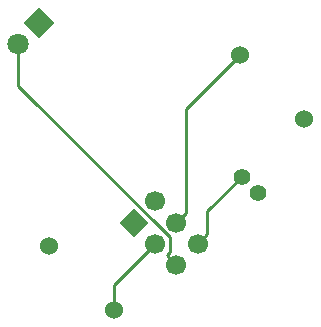
<source format=gbr>
%TF.GenerationSoftware,KiCad,Pcbnew,7.0.9*%
%TF.CreationDate,2024-01-20T09:14:40+10:00*%
%TF.ProjectId,BRAKE-PRES-V01,4252414b-452d-4505-9245-532d5630312e,rev?*%
%TF.SameCoordinates,Original*%
%TF.FileFunction,Copper,L2,Bot*%
%TF.FilePolarity,Positive*%
%FSLAX46Y46*%
G04 Gerber Fmt 4.6, Leading zero omitted, Abs format (unit mm)*
G04 Created by KiCad (PCBNEW 7.0.9) date 2024-01-20 09:14:40*
%MOMM*%
%LPD*%
G01*
G04 APERTURE LIST*
G04 Aperture macros list*
%AMHorizOval*
0 Thick line with rounded ends*
0 $1 width*
0 $2 $3 position (X,Y) of the first rounded end (center of the circle)*
0 $4 $5 position (X,Y) of the second rounded end (center of the circle)*
0 Add line between two ends*
20,1,$1,$2,$3,$4,$5,0*
0 Add two circle primitives to create the rounded ends*
1,1,$1,$2,$3*
1,1,$1,$4,$5*%
%AMRotRect*
0 Rectangle, with rotation*
0 The origin of the aperture is its center*
0 $1 length*
0 $2 width*
0 $3 Rotation angle, in degrees counterclockwise*
0 Add horizontal line*
21,1,$1,$2,0,0,$3*%
G04 Aperture macros list end*
%TA.AperFunction,ComponentPad*%
%ADD10RotRect,1.700000X1.700000X45.000000*%
%TD*%
%TA.AperFunction,ComponentPad*%
%ADD11HorizOval,1.700000X0.000000X0.000000X0.000000X0.000000X0*%
%TD*%
%TA.AperFunction,ComponentPad*%
%ADD12C,1.400000*%
%TD*%
%TA.AperFunction,ComponentPad*%
%ADD13HorizOval,1.400000X0.000000X0.000000X0.000000X0.000000X0*%
%TD*%
%TA.AperFunction,ComponentPad*%
%ADD14C,1.524000*%
%TD*%
%TA.AperFunction,ComponentPad*%
%ADD15RotRect,1.800000X1.800000X225.000000*%
%TD*%
%TA.AperFunction,ComponentPad*%
%ADD16C,1.800000*%
%TD*%
%TA.AperFunction,Conductor*%
%ADD17C,0.250000*%
%TD*%
G04 APERTURE END LIST*
D10*
%TO.P,J1,1,Pin_1*%
%TO.N,/STEPPER-1-1*%
X106150000Y-80600000D03*
D11*
%TO.P,J1,2,Pin_2*%
%TO.N,/STEPPER-1-3*%
X107946051Y-78803949D03*
%TO.P,J1,3,Pin_3*%
%TO.N,/STEPPER-1-2*%
X107946051Y-82396051D03*
%TO.P,J1,4,Pin_4*%
%TO.N,/STEPPER-1-4*%
X109742102Y-80600000D03*
%TO.P,J1,5,Pin_5*%
%TO.N,/LED+12V*%
X109742102Y-84192102D03*
%TO.P,J1,6,Pin_6*%
%TO.N,/LED-12V*%
X111538154Y-82396051D03*
%TD*%
D12*
%TO.P,R1,1*%
%TO.N,/LED-12V*%
X115310100Y-76710100D03*
D13*
%TO.P,R1,2*%
%TO.N,Net-(D1-Pad1)*%
X116653603Y-78053603D03*
%TD*%
D14*
%TO.P,M1,1*%
%TO.N,/STEPPER-1-1*%
X98982271Y-82573006D03*
%TO.P,M1,2,-*%
%TO.N,/STEPPER-1-2*%
X104426994Y-88017729D03*
%TO.P,M1,3*%
%TO.N,/STEPPER-1-3*%
X120584383Y-71860339D03*
%TO.P,M1,4*%
%TO.N,/STEPPER-1-4*%
X115139661Y-66415617D03*
%TD*%
D15*
%TO.P,D1,1,K*%
%TO.N,Net-(D1-Pad1)*%
X98151600Y-63698400D03*
D16*
%TO.P,D1,2,A*%
%TO.N,/LED+12V*%
X96355549Y-65494451D03*
%TD*%
D17*
%TO.N,/STEPPER-1-4*%
X110573100Y-79768900D02*
X110573200Y-79768900D01*
X110573100Y-70982200D02*
X110573100Y-79768900D01*
X115139700Y-66415600D02*
X110573100Y-70982200D01*
X109742100Y-80600000D02*
X110573200Y-79768900D01*
%TO.N,/STEPPER-1-2*%
X104427000Y-85915200D02*
X107946100Y-82396100D01*
X104427000Y-88017700D02*
X104427000Y-85915200D01*
%TO.N,/LED+12V*%
X109169200Y-83102900D02*
X108911100Y-83361000D01*
X109169200Y-81823000D02*
X109169200Y-83102900D01*
X96355500Y-69009300D02*
X109169200Y-81823000D01*
X96355500Y-65494500D02*
X96355500Y-69009300D01*
X109742100Y-84192100D02*
X108911100Y-83361000D01*
%TO.N,/LED-12V*%
X112369200Y-81565000D02*
X112369300Y-81565000D01*
X112369200Y-79651000D02*
X112369200Y-81565000D01*
X115310100Y-76710100D02*
X112369200Y-79651000D01*
X111538200Y-82396100D02*
X112369300Y-81565000D01*
%TD*%
M02*

</source>
